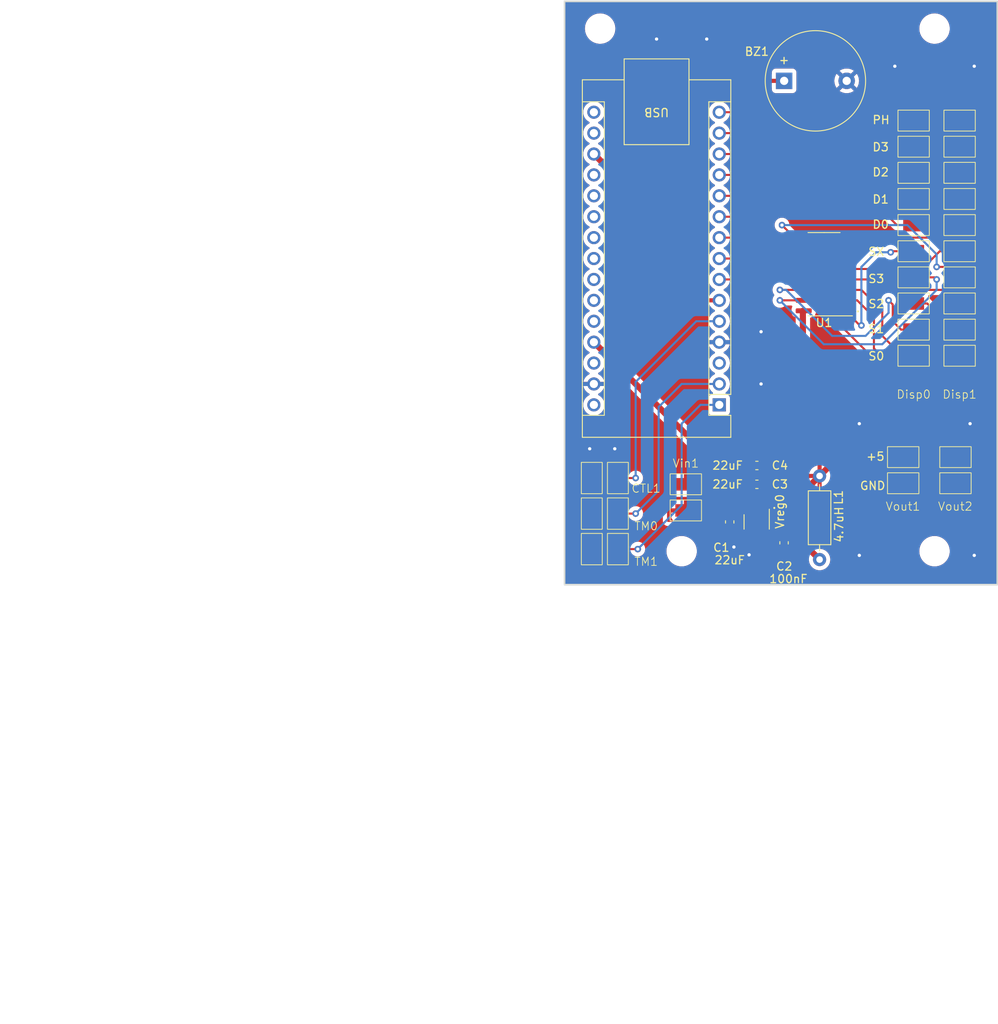
<source format=kicad_pcb>
(kicad_pcb (version 20221018) (generator pcbnew)
  (layers (0 "F.Cu" signal) (31 "B.Cu" signal) (34 "B.Paste" user) (35 "F.Paste" user) (36 "B.SilkS" user "B.Silkscreen") (37 "F.SilkS" user "F.Silkscreen") (38 "B.Mask" user) (39 "F.Mask" user) (44 "Edge.Cuts" user))
  (net 0 "")
  (net 1 "TIMER_PB_1")
  (net 2 "TIMER_PB_0")
  (net 4 "GND")
  (net 5 "CTRL_0")
  (net 6 "BUZZ")
  (net 7 "PHASE")
  (net 8 "DATA_0")
  (net 9 "DATA_1")
  (net 10 "DATA_2")
  (net 11 "DATA_3")
  (net 12 "SEL_D0")
  (net 13 "SEL_D1")
  (net 14 "SEL_D2")
  (net 15 "SEL_D3")
  (net 17 "+5V")
  (net 28 "SEL_X_DISP_0")
  (net 29 "SEL_2_DISP_0")
  (net 30 "SEL_0_DISP_0")
  (net 31 "SEL_2_DISP_1")
  (net 32 "SEL_X_DISP_1")
  (net 33 "SEL_0_DISP_1")
  (net 34 "SEL_1_DISP_1")
  (net 35 "SEL_3_DISP_1")
  (net 36 "SEL_1_DISP_0")
  (net 37 "SEL_3_DISP_0")
  (net 39 "+BATT")
  (net 40 "Net-(Vreg0-BST)")
  (net 41 "Net-(Vreg0-SW)")
  (footprint "CUSTOM_PADS:10-Pad-OP" (layer "F.Cu") (at 197.485 88.011 90)
    (fp_text reference "Disp1" (at -18.669 5.715 unlocked) (layer "F.SilkS") (effects (font (thickness 0.1))))
    (fp_text value "~")
    (fp_rect (start -15.24 3.81) (end -12.7 7.62) (stroke (width 0.1)) (fill none) (layer "F.SilkS"))
    (fp_rect (start -12.065 3.81) (end -9.525 7.62) (stroke (width 0.1)) (fill none) (layer "F.SilkS"))
    (fp_rect (start -8.89 3.81) (end -6.35 7.62) (stroke (width 0.1)) (fill none) (layer "F.SilkS"))
    (fp_rect (start -5.715 3.81) (end -3.175 7.62) (stroke (width 0.1)) (fill none) (layer "F.SilkS"))
    (fp_rect (start -2.54 3.81) (end 0 7.62) (stroke (width 0.1)) (fill none) (layer "F.SilkS"))
    (fp_rect (start 0.635 3.81) (end 3.175 7.62) (stroke (width 0.1)) (fill none) (layer "F.SilkS"))
    (fp_rect (start 3.81 3.81) (end 6.35 7.62) (stroke (width 0.1)) (fill none) (layer "F.SilkS"))
    (fp_rect (start 6.985 3.81) (end 9.525 7.62) (stroke (width 0.1)) (fill none) (layer "F.SilkS"))
    (fp_rect (start 10.16 3.81) (end 12.7 7.62) (stroke (width 0.1)) (fill none) (layer "F.SilkS"))
    (fp_rect (start 13.335 3.81) (end 15.875 7.62) (stroke (width 0.1)) (fill none) (layer "F.SilkS"))
    (pad "1" smd rect (at -13.97 5.715 90) (size 1.524 2.54) (layers "F.Cu" "F.Paste" "F.Mask") (net 33 "SEL_0_DISP_1"))
    (pad "2" smd rect (at -10.795 5.715 90) (size 1.524 2.54) (layers "F.Cu" "F.Paste" "F.Mask") (net 34 "SEL_1_DISP_1"))
    (pad "3" smd rect (at -7.62 5.715 90) (size 1.524 2.54) (layers "F.Cu" "F.Paste" "F.Mask") (net 31 "SEL_2_DISP_1"))
    (pad "4" smd rect (at -4.445 5.715 90) (size 1.524 2.54) (layers "F.Cu" "F.Paste" "F.Mask") (net 35 "SEL_3_DISP_1"))
    (pad "5" smd rect (at -1.27 5.715 90) (size 1.524 2.54) (layers "F.Cu" "F.Paste" "F.Mask") (net 32 "SEL_X_DISP_1"))
    (pad "6" smd rect (at 1.905 5.715 90) (size 1.524 2.54) (layers "F.Cu" "F.Paste" "F.Mask") (net 8 "DATA_0"))
    (pad "7" smd rect (at 5.08 5.715 90) (size 1.524 2.54) (layers "F.Cu" "F.Paste" "F.Mask") (net 9 "DATA_1"))
    (pad "8" smd rect (at 8.255 5.715 90) (size 1.524 2.54) (layers "F.Cu" "F.Paste" "F.Mask") (net 10 "DATA_2"))
    (pad "9" smd rect (at 11.43 5.715 90) (size 1.524 2.54) (layers "F.Cu" "F.Paste" "F.Mask") (net 11 "DATA_3"))
    (pad "10" smd rect (at 14.605 5.715 90) (size 1.524 2.54) (layers "F.Cu" "F.Paste" "F.Mask") (net 7 "PHASE"))
  )
  (footprint "CUSTOM_PADS:2-Pad_FP" (layer "F.Cu") (at 159.766 111.125)
    (fp_text reference "CTL1" (at 5.334 6.985 unlocked) (layer "F.SilkS") (effects (font (thickness 0.1))))
    (fp_text value "SW_CTRL")
    (fp_rect (start -2.54 3.81) (end 0 7.62) (stroke (width 0.1)) (fill none) (layer "F.SilkS"))
    (fp_rect (start 0.635 3.81) (end 3.175 7.62) (stroke (width 0.1)) (fill none) (layer "F.SilkS"))
    (pad "1" smd rect (at -1.27 5.715) (size 1.524 2.54) (layers "F.Cu" "F.Paste" "F.Mask") (net 4 "GND"))
    (pad "2" smd rect (at 1.905 5.715) (size 1.524 2.54) (layers "F.Cu" "F.Paste" "F.Mask") (net 5 "CTRL_0"))
  )
  (footprint "Capacitor_SMD:C_0603_1608Metric_Pad1.08x0.95mm_HandSolder" (layer "F.Cu") (at 178.562 117.602 180)
    (fp_text reference "C3" (at -2.794 0 180) (layer "F.SilkS"))
    (fp_text value "22uF" (at 3.556 0 180) (layer "F.SilkS"))
    (fp_line (start -0.146267 -0.51) (end 0.146267 -0.51) (stroke (width 0.12)) (layer "F.SilkS"))
    (fp_line (start -0.146267 0.51) (end 0.146267 0.51) (stroke (width 0.12)) (layer "F.SilkS"))
    (pad "1" smd roundrect (at -0.8625 0 180) (size 1.075 0.95) (layers "F.Cu" "F.Paste" "F.Mask") (net 17 "+5V"))
    (pad "2" smd roundrect (at 0.8625 0 180) (size 1.075 0.95) (layers "F.Cu" "F.Paste" "F.Mask") (net 4 "GND"))
  )
  (footprint "Module:Arduino_Nano" (layer "F.Cu") (at 173.99 107.95 180)
    (fp_text reference "A1" hide)
    (fp_text value "Arduino_Nano_v3.x")
    (fp_text user "USB" (at 7.62 35.56 180 unlocked) (layer "F.SilkS"))
    (fp_line (start -1.4 -3.94) (end -1.4 -1.27) (stroke (width 0.12)) (layer "F.SilkS"))
    (fp_line (start -1.4 1.27) (end -1.4 39.5) (stroke (width 0.12)) (layer "F.SilkS"))
    (fp_line (start -1.4 39.5) (end 3.68 39.5) (stroke (width 0.12)) (layer "F.SilkS"))
    (fp_line (start 1.27 -1.27) (end -1.4 -1.27) (stroke (width 0.12)) (layer "F.SilkS"))
    (fp_line (start 1.27 1.27) (end -1.4 1.27) (stroke (width 0.12)) (layer "F.SilkS"))
    (fp_line (start 1.27 1.27) (end 1.27 -1.27) (stroke (width 0.12)) (layer "F.SilkS"))
    (fp_line (start 1.27 1.27) (end 1.27 36.83) (stroke (width 0.12)) (layer "F.SilkS"))
    (fp_line (start 1.27 36.83) (end -1.4 36.83) (stroke (width 0.12)) (layer "F.SilkS"))
    (fp_line (start 3.68 31.62) (end 11.56 31.62) (stroke (width 0.12)) (layer "F.SilkS"))
    (fp_line (start 3.68 42.04) (end 3.68 31.62) (stroke (width 0.12)) (layer "F.SilkS"))
    (fp_line (start 11.56 31.62) (end 11.56 42.04) (stroke (width 0.12)) (layer "F.SilkS"))
    (fp_line (start 11.56 42.04) (end 3.68 42.04) (stroke (width 0.12)) (layer "F.SilkS"))
    (fp_line (start 13.97 -1.27) (end 13.97 36.83) (stroke (width 0.12)) (layer "F.SilkS"))
    (fp_line (start 13.97 -1.27) (end 16.64 -1.27) (stroke (width 0.12)) (layer "F.SilkS"))
    (fp_line (start 13.97 36.83) (end 16.64 36.83) (stroke (width 0.12)) (layer "F.SilkS"))
    (fp_line (start 16.64 -3.94) (end -1.4 -3.94) (stroke (width 0.12)) (layer "F.SilkS"))
    (fp_line (start 16.64 39.5) (end 11.56 39.5) (stroke (width 0.12)) (layer "F.SilkS"))
    (fp_line (start 16.64 39.5) (end 16.64 -3.94) (stroke (width 0.12)) (layer "F.SilkS"))
    (pad "1" thru_hole rect (at 0 0 180) (size 1.6 1.6) (drill 1) (layers "*.Cu" "*.Mask") (net 1 "TIMER_PB_1"))
    (pad "2" thru_hole oval (at 0 2.54 180) (size 1.6 1.6) (drill 1) (layers "*.Cu" "*.Mask") (net 2 "TIMER_PB_0"))
    (pad "3" thru_hole oval (at 0 5.08 180) (size 1.6 1.6) (drill 1) (layers "*.Cu" "*.Mask"))
    (pad "4" thru_hole oval (at 0 7.62 180) (size 1.6 1.6) (drill 1) (layers "*.Cu" "*.Mask") (net 4 "GND"))
    (pad "5" thru_hole oval (at 0 10.16 180) (size 1.6 1.6) (drill 1) (layers "*.Cu" "*.Mask") (net 5 "CTRL_0"))
    (pad "6" thru_hole oval (at 0 12.7 180) (size 1.6 1.6) (drill 1) (layers "*.Cu" "*.Mask") (net 6 "BUZZ"))
    (pad "7" thru_hole oval (at 0 15.24 180) (size 1.6 1.6) (drill 1) (layers "*.Cu" "*.Mask") (net 13 "SEL_D1"))
    (pad "8" thru_hole oval (at 0 17.78 180) (size 1.6 1.6) (drill 1) (layers "*.Cu" "*.Mask") (net 14 "SEL_D2"))
    (pad "9" thru_hole oval (at 0 20.32 180) (size 1.6 1.6) (drill 1) (layers "*.Cu" "*.Mask") (net 15 "SEL_D3"))
    (pad "10" thru_hole oval (at 0 22.86 180) (size 1.6 1.6) (drill 1) (layers "*.Cu" "*.Mask") (net 12 "SEL_D0"))
    (pad "11" thru_hole oval (at 0 25.4 180) (size 1.6 1.6) (drill 1) (layers "*.Cu" "*.Mask") (net 8 "DATA_0"))
    (pad "12" thru_hole oval (at 0 27.94 180) (size 1.6 1.6) (drill 1) (layers "*.Cu" "*.Mask") (net 9 "DATA_1"))
    (pad "13" thru_hole oval (at 0 30.48 180) (size 1.6 1.6) (drill 1) (layers "*.Cu" "*.Mask") (net 10 "DATA_2"))
    (pad "14" thru_hole oval (at 0 33.02 180) (size 1.6 1.6) (drill 1) (layers "*.Cu" "*.Mask") (net 11 "DATA_3"))
    (pad "15" thru_hole oval (at 0 35.56 180) (size 1.6 1.6) (drill 1) (layers "*.Cu" "*.Mask") (net 7 "PHASE"))
    (pad "16" thru_hole oval (at 15.24 35.56 180) (size 1.6 1.6) (drill 1) (layers "*.Cu" "*.Mask"))
    (pad "17" thru_hole oval (at 15.24 33.02 180) (size 1.6 1.6) (drill 1) (layers "*.Cu" "*.Mask"))
    (pad "18" thru_hole oval (at 15.24 30.48 180) (size 1.6 1.6) (drill 1) (layers "*.Cu" "*.Mask") (net 17 "+5V"))
    (pad "19" thru_hole oval (at 15.24 27.94 180) (size 1.6 1.6) (drill 1) (layers "*.Cu" "*.Mask"))
    (pad "20" thru_hole oval (at 15.24 25.4 180) (size 1.6 1.6) (drill 1) (layers "*.Cu" "*.Mask"))
    (pad "21" thru_hole oval (at 15.24 22.86 180) (size 1.6 1.6) (drill 1) (layers "*.Cu" "*.Mask"))
    (pad "22" thru_hole oval (at 15.24 20.32 180) (size 1.6 1.6) (drill 1) (layers "*.Cu" "*.Mask"))
    (pad "23" thru_hole oval (at 15.24 17.78 180) (size 1.6 1.6) (drill 1) (layers "*.Cu" "*.Mask"))
    (pad "24" thru_hole oval (at 15.24 15.24 180) (size 1.6 1.6) (drill 1) (layers "*.Cu" "*.Mask"))
    (pad "25" thru_hole oval (at 15.24 12.7 180) (size 1.6 1.6) (drill 1) (layers "*.Cu" "*.Mask"))
    (pad "26" thru_hole oval (at 15.24 10.16 180) (size 1.6 1.6) (drill 1) (layers "*.Cu" "*.Mask"))
    (pad "27" thru_hole oval (at 15.24 7.62 180) (size 1.6 1.6) (drill 1) (layers "*.Cu" "*.Mask") (net 17 "+5V"))
    (pad "28" thru_hole oval (at 15.24 5.08 180) (size 1.6 1.6) (drill 1) (layers "*.Cu" "*.Mask"))
    (pad "29" thru_hole oval (at 15.24 2.54 180) (size 1.6 1.6) (drill 1) (layers "*.Cu" "*.Mask") (net 4 "GND"))
    (pad "30" thru_hole oval (at 15.24 0 180) (size 1.6 1.6) (drill 1) (layers "*.Cu" "*.Mask"))
  )
  (footprint "Resistor_THT:R_Axial_DIN0207_L6.3mm_D2.5mm_P10.16mm_Horizontal" (layer "F.Cu") (at 186.182 126.746 90)
    (fp_text reference "L1" (at 7.5535 2.307 90) (layer "F.SilkS"))
    (fp_text value "4.7uH" (at 4.2515 2.37 90) (layer "F.SilkS"))
    (fp_line (start 1.04 0) (end 1.81 0) (stroke (width 0.12)) (layer "F.SilkS"))
    (fp_line (start 1.81 -1.37) (end 1.81 1.37) (stroke (width 0.12)) (layer "F.SilkS"))
    (fp_line (start 1.81 1.37) (end 8.35 1.37) (stroke (width 0.12)) (layer "F.SilkS"))
    (fp_line (start 8.35 -1.37) (end 1.81 -1.37) (stroke (width 0.12)) (layer "F.SilkS"))
    (fp_line (start 8.35 1.37) (end 8.35 -1.37) (stroke (width 0.12)) (layer "F.SilkS"))
    (fp_line (start 9.12 0) (end 8.35 0) (stroke (width 0.12)) (layer "F.SilkS"))
    (pad "1" thru_hole circle (at 0 0 90) (size 1.6 1.6) (drill 0.8) (layers "*.Cu" "*.Mask") (net 41 "Net-(Vreg0-SW)"))
    (pad "2" thru_hole oval (at 10.16 0 90) (size 1.6 1.6) (drill 0.8) (layers "*.Cu" "*.Mask") (net 17 "+5V"))
  )
  (footprint "Buzzer_Beeper:Buzzer_12x9.5RM7.6" (layer "F.Cu") (at 181.874 68.58)
    (fp_text reference "BZ1" (at -3.312 -3.556) (layer "F.SilkS"))
    (fp_text value "Buzzer")
    (fp_text user "+" (at -0.01 -2.54) (layer "F.SilkS"))
    (fp_circle (center 3.8 0) (end 9.9 0) (stroke (width 0.12)) (fill none) (layer "F.SilkS"))
    (pad "1" thru_hole rect (at 0 0) (size 2 2) (drill 1) (layers "*.Cu" "*.Mask") (net 6 "BUZZ"))
    (pad "2" thru_hole circle (at 7.6 0) (size 2 2) (drill 1) (layers "*.Cu" "*.Mask") (net 4 "GND"))
  )
  (footprint "MountingHole:MountingHole_3.2mm_M3" (layer "F.Cu") (at 200.152 125.73)
    (fp_text reference "H2" hide)
    (fp_text value "MountingHole")
    (pad "" np_thru_hole circle (at 0 0) (size 3.2 3.2) (drill 3.2) (layers "*.Cu" "*.Mask"))
  )
  (footprint "CUSTOM_PADS:10-Pad-OP" (layer "F.Cu") (at 191.897 88.011 90)
    (fp_text reference "Disp0" (at -18.669 5.715 unlocked) (layer "F.SilkS") (effects (font (thickness 0.1))))
    (fp_text value "~")
    (fp_rect (start -15.24 3.81) (end -12.7 7.62) (stroke (width 0.1)) (fill none) (layer "F.SilkS"))
    (fp_rect (start -12.065 3.81) (end -9.525 7.62) (stroke (width 0.1)) (fill none) (layer "F.SilkS"))
    (fp_rect (start -8.89 3.81) (end -6.35 7.62) (stroke (width 0.1)) (fill none) (layer "F.SilkS"))
    (fp_rect (start -5.715 3.81) (end -3.175 7.62) (stroke (width 0.1)) (fill none) (layer "F.SilkS"))
    (fp_rect (start -2.54 3.81) (end 0 7.62) (stroke (width 0.1)) (fill none) (layer "F.SilkS"))
    (fp_rect (start 0.635 3.81) (end 3.175 7.62) (stroke (width 0.1)) (fill none) (layer "F.SilkS"))
    (fp_rect (start 3.81 3.81) (end 6.35 7.62) (stroke (width 0.1)) (fill none) (layer "F.SilkS"))
    (fp_rect (start 6.985 3.81) (end 9.525 7.62) (stroke (width 0.1)) (fill none) (layer "F.SilkS"))
    (fp_rect (start 10.16 3.81) (end 12.7 7.62) (stroke (width 0.1)) (fill none) (layer "F.SilkS"))
    (fp_rect (start 13.335 3.81) (end 15.875 7.62) (stroke (width 0.1)) (fill none) (layer "F.SilkS"))
    (pad "1" smd rect (at -13.97 5.715 90) (size 1.524 2.54) (layers "F.Cu" "F.Paste" "F.Mask") (net 30 "SEL_0_DISP_0"))
    (pad "2" smd rect (at -10.795 5.715 90) (size 1.524 2.54) (layers "F.Cu" "F.Paste" "F.Mask") (net 36 "SEL_1_DISP_0"))
    (pad "3" smd rect (at -7.62 5.715 90) (size 1.524 2.54) (layers "F.Cu" "F.Paste" "F.Mask") (net 29 "SEL_2_DISP_0"))
    (pad "4" smd rect (at -4.445 5.715 90) (size 1.524 2.54) (layers "F.Cu" "F.Paste" "F.Mask") (net 37 "SEL_3_DISP_0"))
    (pad "5" smd rect (at -1.27 5.715 90) (size 1.524 2.54) (layers "F.Cu" "F.Paste" "F.Mask") (net 28 "SEL_X_DISP_0"))
    (pad "6" smd rect (at 1.905 5.715 90) (size 1.524 2.54) (layers "F.Cu" "F.Paste" "F.Mask") (net 8 "DATA_0"))
    (pad "7" smd rect (at 5.08 5.715 90) (size 1.524 2.54) (layers "F.Cu" "F.Paste" "F.Mask") (net 9 "DATA_1"))
    (pad "8" smd rect (at 8.255 5.715 90) (size 1.524 2.54) (layers "F.Cu" "F.Paste" "F.Mask") (net 10 "DATA_2"))
    (pad "9" smd rect (at 11.43 5.715 90) (size 1.524 2.54) (layers "F.Cu" "F.Paste" "F.Mask") (net 11 "DATA_3"))
    (pad "10" smd rect (at 14.605 5.715 90) (size 1.524 2.54) (layers "F.Cu" "F.Paste" "F.Mask") (net 7 "PHASE"))
  )
  (footprint "CUSTOM_PADS:2-Pad_FP" (layer "F.Cu") (at 159.766 119.761)
    (fp_text reference "TM1" (at 5.334 7.239 unlocked) (layer "F.SilkS") (effects (font (thickness 0.1))))
    (fp_text value "SW_T1")
    (fp_rect (start -2.54 3.81) (end 0 7.62) (stroke (width 0.1)) (fill none) (layer "F.SilkS"))
    (fp_rect (start 0.635 3.81) (end 3.175 7.62) (stroke (width 0.1)) (fill none) (layer "F.SilkS"))
    (pad "1" smd rect (at -1.27 5.715) (size 1.524 2.54) (layers "F.Cu" "F.Paste" "F.Mask") (net 4 "GND"))
    (pad "2" smd rect (at 1.905 5.715) (size 1.524 2.54) (layers "F.Cu" "F.Paste" "F.Mask") (net 1 "TIMER_PB_1"))
  )
  (footprint "Capacitor_SMD:C_0603_1608Metric_Pad1.08x0.95mm_HandSolder" (layer "F.Cu") (at 175.26 122.174 -90)
    (fp_text reference "C1" (at 3.1145 1.016) (layer "F.SilkS"))
    (fp_text value "22uF" (at 4.6385 0 -180) (layer "F.SilkS"))
    (fp_line (start -0.146267 -0.51) (end 0.146267 -0.51) (stroke (width 0.12)) (layer "F.SilkS"))
    (fp_line (start -0.146267 0.51) (end 0.146267 0.51) (stroke (width 0.12)) (layer "F.SilkS"))
    (pad "1" smd roundrect (at -0.8625 0 270) (size 1.075 0.95) (layers "F.Cu" "F.Paste" "F.Mask") (net 39 "+BATT"))
    (pad "2" smd roundrect (at 0.8625 0 270) (size 1.075 0.95) (layers "F.Cu" "F.Paste" "F.Mask") (net 4 "GND"))
  )
  (footprint "CUSTOM_PADS:2-Pad_FP" (layer "F.Cu") (at 196.977 116.205 90)
    (fp_text reference "Vout2" (at -4.086 5.689 unlocked) (layer "F.SilkS") (effects (font (thickness 0.1))))
    (fp_text value "~")
    (fp_rect (start -2.54 3.81) (end 0 7.62) (stroke (width 0.1)) (fill none) (layer "F.SilkS"))
    (fp_rect (start 0.635 3.81) (end 3.175 7.62) (stroke (width 0.1)) (fill none) (layer "F.SilkS"))
    (pad "1" smd rect (at -1.27 5.715 90) (size 1.524 2.54) (layers "F.Cu" "F.Paste" "F.Mask") (net 4 "GND"))
    (pad "2" smd rect (at 1.905 5.715 90) (size 1.524 2.54) (layers "F.Cu" "F.Paste" "F.Mask") (net 17 "+5V"))
  )
  (footprint "Capacitor_SMD:C_0603_1608Metric_Pad1.08x0.95mm_HandSolder" (layer "F.Cu") (at 181.864 124.714 -90)
    (fp_text reference "C2" (at 2.8605 -0.021) (layer "F.SilkS"))
    (fp_text value "100nF" (at 4.3845 -0.529) (layer "F.SilkS"))
    (fp_line (start -0.146267 -0.51) (end 0.146267 -0.51) (stroke (width 0.12)) (layer "F.SilkS"))
    (fp_line (start -0.146267 0.51) (end 0.146267 0.51) (stroke (width 0.12)) (layer "F.SilkS"))
    (pad "1" smd roundrect (at -0.8625 0 270) (size 1.075 0.95) (layers "F.Cu" "F.Paste" "F.Mask") (net 40 "Net-(Vreg0-BST)"))
    (pad "2" smd roundrect (at 0.8625 0 270) (size 1.075 0.95) (layers "F.Cu" "F.Paste" "F.Mask") (net 41 "Net-(Vreg0-SW)"))
  )
  (footprint "CUSTOM_PADS:2-Pad_FP" (layer "F.Cu") (at 190.627 116.205 90)
    (fp_text reference "Vout1" (at -4.086 5.689 unlocked) (layer "F.SilkS") (effects (font (thickness 0.1))))
    (fp_text value "~")
    (fp_rect (start -2.54 3.81) (end 0 7.62) (stroke (width 0.1)) (fill none) (layer "F.SilkS"))
    (fp_rect (start 0.635 3.81) (end 3.175 7.62) (stroke (width 0.1)) (fill none) (layer "F.SilkS"))
    (pad "1" smd rect (at -1.27 5.715 90) (size 1.524 2.54) (layers "F.Cu" "F.Paste" "F.Mask") (net 4 "GND"))
    (pad "2" smd rect (at 1.905 5.715 90) (size 1.524 2.54) (layers "F.Cu" "F.Paste" "F.Mask") (net 17 "+5V"))
  )
  (footprint "MountingHole:MountingHole_3.2mm_M3" (layer "F.Cu") (at 169.418 125.73)
    (fp_text reference "H3" hide)
    (fp_text value "MountingHole")
    (pad "" np_thru_hole circle (at 0 0) (size 3.2 3.2) (drill 3.2) (layers "*.Cu" "*.Mask"))
  )
  (footprint "Package_TO_SOT_SMD:TSOT-23-6_HandSoldering" (layer "F.Cu") (at 178.562 122.174 -90)
    (fp_text reference "Vreg0" (at -1.27 -2.794 -90) (layer "F.SilkS"))
    (fp_text value "AP63205WU")
    (fp_line (start -0.88 1.56) (end 0.88 1.56) (stroke (width 0.12)) (layer "F.SilkS"))
    (fp_line (start 0.88 -1.51) (end -1.55 -1.51) (stroke (width 0.12)) (layer "F.SilkS"))
    (pad "1" smd rect (at -1.71 -0.95 270) (size 2 0.65) (layers "F.Cu" "F.Paste" "F.Mask") (net 17 "+5V"))
    (pad "2" smd rect (at -1.71 0 270) (size 2 0.65) (layers "F.Cu" "F.Paste" "F.Mask") (net 39 "+BATT"))
    (pad "3" smd rect (at -1.71 0.95 270) (size 2 0.65) (layers "F.Cu" "F.Paste" "F.Mask") (net 39 "+BATT"))
    (pad "4" smd rect (at 1.71 0.95 270) (size 2 0.65) (layers "F.Cu" "F.Paste" "F.Mask") (net 4 "GND"))
    (pad "5" smd rect (at 1.71 0 270) (size 2 0.65) (layers "F.Cu" "F.Paste" "F.Mask") (net 41 "Net-(Vreg0-SW)"))
    (pad "6" smd rect (at 1.71 -0.95 270) (size 2 0.65) (layers "F.Cu" "F.Paste" "F.Mask") (net 40 "Net-(Vreg0-BST)"))
  )
  (footprint "Capacitor_SMD:C_0603_1608Metric_Pad1.08x0.95mm_HandSolder" (layer "F.Cu") (at 178.562 115.316 180)
    (fp_text reference "C4" (at -2.794 0 180) (layer "F.SilkS"))
    (fp_text value "22uF" (at 3.556 0 180) (layer "F.SilkS"))
    (fp_line (start -0.146267 -0.51) (end 0.146267 -0.51) (stroke (width 0.12)) (layer "F.SilkS"))
    (fp_line (start -0.146267 0.51) (end 0.146267 0.51) (stroke (width 0.12)) (layer "F.SilkS"))
    (pad "1" smd roundrect (at -0.8625 0 180) (size 1.075 0.95) (layers "F.Cu" "F.Paste" "F.Mask") (net 17 "+5V"))
    (pad "2" smd roundrect (at 0.8625 0 180) (size 1.075 0.95) (layers "F.Cu" "F.Paste" "F.Mask") (net 4 "GND"))
  )
  (footprint "MountingHole:MountingHole_3.2mm_M3" (layer "F.Cu") (at 200.152 62.23)
    (fp_text reference "H1" hide)
    (fp_text value "MountingHole")
    (pad "" np_thru_hole circle (at 0 0) (size 3.2 3.2) (drill 3.2) (layers "*.Cu" "*.Mask"))
  )
  (footprint "MountingHole:MountingHole_3.2mm_M3" (layer "F.Cu") (at 159.512 62.23)
    (fp_text reference "H4" hide)
    (fp_text value "MountingHole")
    (pad "" np_thru_hole circle (at 0 0) (size 3.2 3.2) (drill 3.2) (layers "*.Cu" "*.Mask"))
  )
  (footprint "Package_SO:SOIC-16_3.9x9.9mm_P1.27mm" (layer "F.Cu") (at 186.725 92.075 180)
    (fp_text reference "U1" (at 0 -5.9 180) (layer "F.SilkS"))
    (fp_text value "4028")
    (fp_line (start 0 -5.06) (end -3.45 -5.06) (stroke (width 0.12)) (layer "F.SilkS"))
    (fp_line (start 0 -5.06) (end 1.95 -5.06) (stroke (width 0.12)) (layer "F.SilkS"))
    (fp_line (start 0 5.06) (end -1.95 5.06) (stroke (width 0.12)) (layer "F.SilkS"))
    (fp_line (start 0 5.06) (end 1.95 5.06) (stroke (width 0.12)) (layer "F.SilkS"))
    (pad "1" smd roundrect (at -2.475 -4.445 180) (size 1.95 0.6) (layers "F.Cu" "F.Paste" "F.Mask") (net 28 "SEL_X_DISP_0"))
    (pad "2" smd roundrect (at -2.475 -3.175 180) (size 1.95 0.6) (layers "F.Cu" "F.Paste" "F.Mask") (net 29 "SEL_2_DISP_0"))
    (pad "3" smd roundrect (at -2.475 -1.905 180) (size 1.95 0.6) (layers "F.Cu" "F.Paste" "F.Mask") (net 30 "SEL_0_DISP_0"))
    (pad "4" smd roundrect (at -2.475 -0.635 180) (size 1.95 0.6) (layers "F.Cu" "F.Paste" "F.Mask") (net 31 "SEL_2_DISP_1"))
    (pad "5" smd roundrect (at -2.475 0.635 180) (size 1.95 0.6) (layers "F.Cu" "F.Paste" "F.Mask") (net 32 "SEL_X_DISP_1"))
    (pad "6" smd roundrect (at -2.475 1.905 180) (size 1.95 0.6) (layers "F.Cu" "F.Paste" "F.Mask") (net 33 "SEL_0_DISP_1"))
    (pad "7" smd roundrect (at -2.475 3.175 180) (size 1.95 0.6) (layers "F.Cu" "F.Paste" "F.Mask") (net 34 "SEL_1_DISP_1"))
    (pad "8" smd roundrect (at -2.475 4.445 180) (size 1.95 0.6) (layers "F.Cu" "F.Paste" "F.Mask") (net 4 "GND"))
    (pad "9" smd roundrect (at 2.475 4.445 180) (size 1.95 0.6) (layers "F.Cu" "F.Paste" "F.Mask") (net 35 "SEL_3_DISP_1"))
    (pad "10" smd roundrect (at 2.475 3.175 180) (size 1.95 0.6) (layers "F.Cu" "F.Paste" "F.Mask") (net 12 "SEL_D0"))
    (pad "11" smd roundrect (at 2.475 1.905 180) (size 1.95 0.6) (layers "F.Cu" "F.Paste" "F.Mask") (net 15 "SEL_D3"))
    (pad "12" smd roundrect (at 2.475 0.635 180) (size 1.95 0.6) (layers "F.Cu" "F.Paste" "F.Mask") (net 14 "SEL_D2"))
    (pad "13" smd roundrect (at 2.475 -0.635 180) (size 1.95 0.6) (layers "F.Cu" "F.Paste" "F.Mask") (net 13 "SEL_D1"))
    (pad "14" smd roundrect (at 2.475 -1.905 180) (size 1.95 0.6) (layers "F.Cu" "F.Paste" "F.Mask") (net 36 "SEL_1_DISP_0"))
    (pad "15" smd roundrect (at 2.475 -3.175 180) (size 1.95 0.6) (layers "F.Cu" "F.Paste" "F.Mask") (net 37 "SEL_3_DISP_0"))
    (pad "16" smd roundrect (at 2.475 -4.445 180) (size 1.95 0.6) (layers "F.Cu" "F.Paste" "F.Mask") (net 17 "+5V"))
  )
  (footprint "CUSTOM_PADS:2-Pad_FP" (layer "F.Cu") (at 159.766 115.443)
    (fp_text reference "TM0" (at 5.334 7.239 unlocked) (layer "F.SilkS") (effects (font (thickness 0.1))))
    (fp_text value "SW_T0")
    (fp_rect (start -2.54 3.81) (end 0 7.62) (stroke (width 0.1)) (fill none) (layer "F.SilkS"))
    (fp_rect (start 0.635 3.81) (end 3.175 7.62) (stroke (width 0.1)) (fill none) (layer "F.SilkS"))
    (pad "1" smd rect (at -1.27 5.715) (size 1.524 2.54) (layers "F.Cu" "F.Paste" "F.Mask") (net 4 "GND"))
    (pad "2" smd rect (at 1.905 5.715) (size 1.524 2.54) (layers "F.Cu" "F.Paste" "F.Mask") (net 2 "TIMER_PB_0"))
  )
  (footprint "CUSTOM_PADS:2-Pad_FP" (layer "F.Cu") (at 164.211 119.507 90)
    (fp_text reference "Vin1" (at 4.445 5.715 unlocked) (layer "F.SilkS") (effects (font (thickness 0.1))))
    (fp_text value "~")
    (fp_rect (start -2.54 3.81) (end 0 7.62) (stroke (width 0.1)) (fill none) (layer "F.SilkS"))
    (fp_rect (start 0.635 3.81) (end 3.175 7.62) (stroke (width 0.1)) (fill none) (layer "F.SilkS"))
    (pad "1" smd rect (at -1.27 5.715 90) (size 1.524 2.54) (layers "F.Cu" "F.Paste" "F.Mask") (net 39 "+BATT"))
    (pad "2" smd rect (at 1.905 5.715 90) (size 1.524 2.54) (layers "F.Cu" "F.Paste" "F.Mask") (net 4 "GND"))
  )
  (gr_rect (start 155.194 58.928) (end 207.772 129.794) (stroke (width 0.2)) (fill none) (layer "Edge.Cuts"))
  (gr_text "PH\n" (at 192.532 73.914) (layer "F.SilkS") (effects (font (size 1 1)) (justify left bottom)))
  (gr_text "D2" (at 192.532 80.264) (layer "F.SilkS") (effects (font (size 1 1)) (justify left bottom)))
  (gr_text "S0" (at 192.024 102.616) (layer "F.SilkS") (effects (font (size 1 1)) (justify left bottom)))
  (gr_text "D3" (at 192.532 77.216) (layer "F.SilkS") (effects (font (size 1 1)) (justify left bottom)))
  (gr_text "." (at 180.34 120.65) (layer "F.SilkS") (effects (font (size 1 1)) (justify left bottom)))
  (gr_text "D0" (at 192.532 86.614) (layer "F.SilkS") (effects (font (size 1 1)) (justify left bottom)))
  (gr_text "D1" (at 192.532 83.566) (layer "F.SilkS") (effects (font (size 1 1)) (justify left bottom)))
  (gr_text "S1" (at 192.024 99.314) (layer "F.SilkS") (effects (font (size 1 1)) (justify left bottom)))
  (gr_text "SX" (at 192.024 89.916) (layer "F.SilkS") (effects (font (size 1 1)) (justify left bottom)))
  (gr_text "." (at 190.5 96.774) (layer "F.SilkS") (effects (font (size 1 1)) (justify left bottom)))
  (gr_text "S2" (at 192.024 96.266) (layer "F.SilkS") (effects (font (size 1 1)) (justify left bottom)))
  (gr_text "+5" (at 191.77 114.808) (layer "F.SilkS") (effects (font (size 1 1)) (justify left bottom)))
  (gr_text "S3" (at 192.024 93.218) (layer "F.SilkS") (effects (font (size 1 1)) (justify left bottom)))
  (gr_text "GND" (at 191.008 118.364) (layer "F.SilkS") (effects (font (size 1 1)) (justify left bottom)))
  (segment (start 164.084 125.476) (end 161.671 125.476) (width 0.25) (layer "F.Cu") (net 1))
  (via (at 164.084 125.476) (size 0.8) (drill 0.4) (layers "F.Cu" "B.Cu") (net 1))
  (segment (start 164.084 125.476) (end 169.418 120.142) (width 0.25) (layer "B.Cu") (net 1))
  (segment (start 171.704 107.95) (end 173.99 107.95) (width 0.25) (layer "B.Cu") (net 1))
  (segment (start 169.418 120.142) (end 169.418 110.236) (width 0.25) (layer "B.Cu") (net 1))
  (segment (start 169.418 110.236) (end 171.704 107.95) (width 0.25) (layer "B.Cu") (net 1))
  (segment (start 163.83 121.158) (end 161.671 121.158) (width 0.25) (layer "F.Cu") (net 2))
  (via (at 163.83 121.158) (size 0.8) (drill 0.4) (layers "F.Cu" "B.Cu") (net 2))
  (segment (start 173.99 105.41) (end 169.418 105.41) (width 0.25) (layer "B.Cu") (net 2))
  (segment (start 169.418 105.41) (end 166.624 108.204) (width 0.25) (layer "B.Cu") (net 2))
  (segment (start 166.624 118.364) (end 163.83 121.158) (width 0.25) (layer "B.Cu") (net 2))
  (segment (start 166.624 108.204) (end 166.624 118.364) (width 0.25) (layer "B.Cu") (net 2))
  (segment (start 176.274 125.222) (end 175.768 125.222) (width 0.25) (layer "F.Cu") (net 4))
  (segment (start 177.612 126.172) (end 177.612 123.884) (width 0.25) (layer "F.Cu") (net 4))
  (segment (start 177.612 123.884) (end 176.274 125.222) (width 0.25) (layer "F.Cu") (net 4))
  (via (at 179.07 99.06) (size 0.8) (drill 0.4) (layers "F.Cu" "B.Cu") (net 4))
  (via (at 195.326 66.802) (size 0.8) (drill 0.4) (layers "F.Cu" "B.Cu") (net 4))
  (via (at 204.47 110.236) (size 0.8) (drill 0.4) (layers "F.Cu" "B.Cu") (net 4))
  (via (at 191.008 126.238) (size 0.8) (drill 0.4) (layers "F.Cu" "B.Cu") (net 4))
  (via (at 177.612 126.172) (size 0.8) (drill 0.4) (layers "F.Cu" "B.Cu") (net 4))
  (via (at 204.978 66.802) (size 0.8) (drill 0.4) (layers "F.Cu" "B.Cu") (net 4))
  (via (at 172.466 63.5) (size 0.8) (drill 0.4) (layers "F.Cu" "B.Cu") (net 4))
  (via (at 204.978 126.238) (size 0.8) (drill 0.4) (layers "F.Cu" "B.Cu") (net 4))
  (via (at 191.008 110.236) (size 0.8) (drill 0.4) (layers "F.Cu" "B.Cu") (net 4))
  (via (at 158.242 113.284) (size 0.8) (drill 0.4) (layers "F.Cu" "B.Cu") (net 4))
  (via (at 161.29 113.284) (size 0.8) (drill 0.4) (layers "F.Cu" "B.Cu") (net 4))
  (via (at 166.37 63.5) (size 0.8) (drill 0.4) (layers "F.Cu" "B.Cu") (net 4))
  (via (at 179.07 105.41) (size 0.8) (drill 0.4) (layers "F.Cu" "B.Cu") (net 4))
  (via (at 175.768 125.222) (size 0.8) (drill 0.4) (layers "F.Cu" "B.Cu") (net 4))
  (segment (start 163.83 116.84) (end 161.671 116.84) (width 0.25) (layer "F.Cu") (net 5))
  (via (at 163.83 116.84) (size 0.8) (drill 0.4) (layers "F.Cu" "B.Cu") (net 5))
  (segment (start 163.83 105.156) (end 163.83 116.84) (width 0.25) (layer "B.Cu") (net 5))
  (segment (start 171.196 97.79) (end 163.83 105.156) (width 0.25) (layer "B.Cu") (net 5))
  (segment (start 173.99 97.79) (end 171.196 97.79) (width 0.25) (layer "B.Cu") (net 5))
  (segment (start 172.466 95.25) (end 171.196 93.98) (width 0.5) (layer "F.Cu") (net 6))
  (segment (start 173.99 68.58) (end 181.874 68.58) (width 0.5) (layer "F.Cu") (net 6))
  (segment (start 171.196 71.374) (end 173.99 68.58) (width 0.5) (layer "F.Cu") (net 6))
  (segment (start 173.99 95.25) (end 172.466 95.25) (width 0.5) (layer "F.Cu") (net 6))
  (segment (start 171.196 93.98) (end 171.196 71.374) (width 0.5) (layer "F.Cu") (net 6))
  (segment (start 194.31 72.39) (end 173.99 72.39) (width 0.25) (layer "F.Cu") (net 7))
  (segment (start 203.2 73.406) (end 197.612 73.406) (width 0.25) (layer "F.Cu") (net 7))
  (segment (start 197.612 73.406) (end 195.326 73.406) (width 0.25) (layer "F.Cu") (net 7))
  (segment (start 195.326 73.406) (end 194.31 72.39) (width 0.25) (layer "F.Cu") (net 7))
  (segment (start 197.612 86.106) (end 195.58 86.106) (width 0.25) (layer "F.Cu") (net 8))
  (segment (start 195.58 86.106) (end 192.024 82.55) (width 0.25) (layer "F.Cu") (net 8))
  (segment (start 203.2 86.106) (end 197.612 86.106) (width 0.25) (layer "F.Cu") (net 8))
  (segment (start 192.024 82.55) (end 173.99 82.55) (width 0.25) (layer "F.Cu") (net 8))
  (segment (start 192.278 80.01) (end 195.199 82.931) (width 0.25) (layer "F.Cu") (net 9))
  (segment (start 195.199 82.931) (end 197.612 82.931) (width 0.25) (layer "F.Cu") (net 9))
  (segment (start 197.612 82.931) (end 203.2 82.931) (width 0.25) (layer "F.Cu") (net 9))
  (segment (start 173.99 80.01) (end 192.278 80.01) (width 0.25) (layer "F.Cu") (net 9))
  (segment (start 203.2 79.756) (end 197.612 79.756) (width 0.25) (layer "F.Cu") (net 10))
  (segment (start 193.04 77.47) (end 173.99 77.47) (width 0.25) (layer "F.Cu") (net 10))
  (segment (start 197.612 79.756) (end 195.326 79.756) (width 0.25) (layer "F.Cu") (net 10))
  (segment (start 195.326 79.756) (end 193.04 77.47) (width 0.25) (layer "F.Cu") (net 10))
  (segment (start 173.99 74.93) (end 193.802 74.93) (width 0.25) (layer "F.Cu") (net 11))
  (segment (start 193.802 74.93) (end 195.453 76.581) (width 0.25) (layer "F.Cu") (net 11))
  (segment (start 195.453 76.581) (end 197.612 76.581) (width 0.25) (layer "F.Cu") (net 11))
  (segment (start 203.2 76.581) (end 197.612 76.581) (width 0.25) (layer "F.Cu") (net 11))
  (segment (start 181.61 88.9) (end 184.15 88.9) (width 0.25) (layer "F.Cu") (net 12))
  (segment (start 177.8 85.09) (end 181.61 88.9) (width 0.25) (layer "F.Cu") (net 12))
  (segment (start 173.99 85.09) (end 177.8 85.09) (width 0.25) (layer "F.Cu") (net 12))
  (segment (start 173.99 92.71) (end 184.15 92.71) (width 0.25) (layer "F.Cu") (net 13))
  (segment (start 173.99 90.17) (end 177.8 90.17) (width 0.25) (layer "F.Cu") (net 14))
  (segment (start 177.8 90.17) (end 179.07 91.44) (width 0.25) (layer "F.Cu") (net 14))
  (segment (start 179.07 91.44) (end 184.15 91.44) (width 0.25) (layer "F.Cu") (net 14))
  (segment (start 180.34 90.17) (end 184.15 90.17) (width 0.25) (layer "F.Cu") (net 15))
  (segment (start 177.8 87.63) (end 180.34 90.17) (width 0.25) (layer "F.Cu") (net 15))
  (segment (start 173.99 87.63) (end 177.8 87.63) (width 0.25) (layer "F.Cu") (net 15))
  (segment (start 161.29 80.01) (end 161.29 102.87) (width 0.75) (layer "F.Cu") (net 17))
  (segment (start 188.468 114.3) (end 186.182 116.586) (width 0.75) (layer "F.Cu") (net 17))
  (segment (start 179.4245 113.8925) (end 179.4245 115.316) (width 0.75) (layer "F.Cu") (net 17))
  (segment (start 160.401 101.981) (end 158.75 100.33) (width 0.75) (layer "F.Cu") (net 17))
  (segment (start 158.75 77.47) (end 161.29 80.01) (width 0.75) (layer "F.Cu") (net 17))
  (segment (start 179.4245 117.602) (end 179.4245 115.316) (width 0.75) (layer "F.Cu") (net 17))
  (segment (start 170.942 112.522) (end 162.179 103.759) (width 0.75) (layer "F.Cu") (net 17))
  (segment (start 179.512 117.6895) (end 179.4245 117.602) (width 0.75) (layer "F.Cu") (net 17))
  (segment (start 185.166 117.602) (end 186.182 116.586) (width 0.75) (layer "F.Cu") (net 17))
  (segment (start 196.342 114.3) (end 202.692 114.3) (width 0.75) (layer "F.Cu") (net 17))
  (segment (start 178.054 112.522) (end 184.15 106.426) (width 0.75) (layer "F.Cu") (net 17))
  (segment (start 196.342 114.3) (end 188.468 114.3) (width 0.75) (layer "F.Cu") (net 17))
  (segment (start 178.054 112.522) (end 179.4245 113.8925) (width 0.75) (layer "F.Cu") (net 17))
  (segment (start 161.29 102.87) (end 162.179 103.759) (width 0.75) (layer "F.Cu") (net 17))
  (segment (start 184.15 106.426) (end 184.15 96.52) (width 0.75) (layer "F.Cu") (net 17))
  (segment (start 178.054 112.522) (end 170.942 112.522) (width 0.75) (layer "F.Cu") (net 17))
  (segment (start 179.4245 117.602) (end 185.166 117.602) (width 0.75) (layer "F.Cu") (net 17))
  (segment (start 179.512 120.464) (end 179.512 117.6895) (width 0.75) (layer "F.Cu") (net 17))
  (segment (start 162.179 103.759) (end 160.401 101.981) (width 0.75) (layer "F.Cu") (net 17))
  (segment (start 191.078 98.298) (end 191.262 98.298) (width 0.25) (layer "F.Cu") (net 28))
  (segment (start 197.612 89.281) (end 194.945 89.281) (width 0.25) (layer "F.Cu") (net 28))
  (segment (start 189.3 96.52) (end 191.078 98.298) (width 0.25) (layer "F.Cu") (net 28))
  (segment (start 194.945 89.281) (end 194.818 89.408) (width 0.25) (layer "F.Cu") (net 28))
  (via (at 194.818 89.408) (size 0.8) (drill 0.4) (layers "F.Cu" "B.Cu") (net 28))
  (via (at 191.262 98.298) (size 0.8) (drill 0.4) (layers "F.Cu" "B.Cu") (net 28))
  (segment (start 193.04 89.408) (end 194.818 89.408) (width 0.25) (layer "B.Cu") (net 28))
  (segment (start 191.262 98.298) (end 191.262 91.186) (width 0.25) (layer "B.Cu") (net 28))
  (segment (start 191.262 91.186) (end 193.04 89.408) (width 0.25) (layer "B.Cu") (net 28))
  (segment (start 190.754 95.25) (end 192.786 97.282) (width 0.25) (layer "F.Cu") (net 29))
  (segment (start 195.326 103.632) (end 199.39 103.632) (width 0.25) (layer "F.Cu") (net 29))
  (segment (start 199.263 95.631) (end 197.612 95.631) (width 0.25) (layer "F.Cu") (net 29))
  (segment (start 189.3 95.25) (end 190.754 95.25) (width 0.25) (layer "F.Cu") (net 29))
  (segment (start 192.786 101.092) (end 195.326 103.632) (width 0.25) (layer "F.Cu") (net 29))
  (segment (start 199.39 103.632) (end 200.406 102.616) (width 0.25) (layer "F.Cu") (net 29))
  (segment (start 200.406 96.774) (end 199.263 95.631) (width 0.25) (layer "F.Cu") (net 29))
  (segment (start 200.406 102.616) (end 200.406 96.774) (width 0.25) (layer "F.Cu") (net 29))
  (segment (start 192.786 97.282) (end 192.786 101.092) (width 0.25) (layer "F.Cu") (net 29))
  (segment (start 193.802 99.568) (end 196.215 101.981) (width 0.25) (layer "F.Cu") (net 30))
  (segment (start 193.802 96.52) (end 193.802 99.568) (width 0.25) (layer "F.Cu") (net 30))
  (segment (start 196.215 101.981) (end 197.612 101.981) (width 0.25) (layer "F.Cu") (net 30))
  (segment (start 189.3 93.98) (end 191.262 93.98) (width 0.25) (layer "F.Cu") (net 30))
  (segment (start 191.262 93.98) (end 193.802 96.52) (width 0.25) (layer "F.Cu") (net 30))
  (segment (start 194.056 92.71) (end 195.326 93.98) (width 0.25) (layer "F.Cu") (net 31))
  (segment (start 189.3 92.71) (end 194.056 92.71) (width 0.25) (layer "F.Cu") (net 31))
  (segment (start 195.326 93.98) (end 201.549 93.98) (width 0.25) (layer "F.Cu") (net 31))
  (segment (start 201.549 93.98) (end 203.2 95.631) (width 0.25) (layer "F.Cu") (net 31))
  (segment (start 189.3 91.44) (end 193.548 91.44) (width 0.25) (layer "F.Cu") (net 32))
  (segment (start 199.136 90.932) (end 200.787 89.281) (width 0.25) (layer "F.Cu") (net 32))
  (segment (start 194.056 90.932) (end 199.136 90.932) (width 0.25) (layer "F.Cu") (net 32))
  (segment (start 200.787 89.281) (end 203.2 89.281) (width 0.25) (layer "F.Cu") (net 32))
  (segment (start 193.548 91.44) (end 194.056 90.932) (width 0.25) (layer "F.Cu") (net 32))
  (segment (start 188.214 90.17) (end 187.706 90.678) (width 0.25) (layer "F.Cu") (net 33))
  (segment (start 189.3 90.17) (end 188.214 90.17) (width 0.25) (layer "F.Cu") (net 33))
  (segment (start 187.706 97.282) (end 195.326 104.902) (width 0.25) (layer "F.Cu") (net 33))
  (segment (start 201.422 104.902) (end 203.2 103.124) (width 0.25) (layer "F.Cu") (net 33))
  (segment (start 195.326 104.902) (end 201.422 104.902) (width 0.25) (layer "F.Cu") (net 33))
  (segment (start 187.706 90.678) (end 187.706 97.282) (width 0.25) (layer "F.Cu") (net 33))
  (segment (start 203.2 103.124) (end 203.2 101.981) (width 0.25) (layer "F.Cu") (net 33))
  (segment (start 205.486 96.52) (end 203.2 98.806) (width 0.25) (layer "F.Cu") (net 34))
  (segment (start 192.786 87.63) (end 204.724 87.63) (width 0.25) (layer "F.Cu") (net 34))
  (segment (start 204.724 87.63) (end 205.486 88.392) (width 0.25) (layer "F.Cu") (net 34))
  (segment (start 191.516 88.9) (end 192.786 87.63) (width 0.25) (layer "F.Cu") (net 34))
  (segment (start 189.3 88.9) (end 191.516 88.9) (width 0.25) (layer "F.Cu") (net 34))
  (segment (start 205.486 88.392) (end 205.486 96.52) (width 0.25) (layer "F.Cu") (net 34))
  (segment (start 203.2 92.456) (end 201.93 91.186) (width 0.25) (layer "F.Cu") (net 35))
  (segment (start 181.991 86.487) (end 181.61 86.106) (width 0.25) (layer "F.Cu") (net 35))
  (segment (start 201.93 91.186) (end 200.406 91.186) (width 0.25) (layer "F.Cu") (net 35))
  (segment (start 184.15 87.63) (end 183.134 87.63) (width 0.25) (layer "F.Cu") (net 35))
  (segment (start 183.134 87.63) (end 182.372 86.868) (width 0.25) (layer "F.Cu") (net 35))
  (segment (start 182.372 86.868) (end 181.991 86.487) (width 0.25) (layer "F.Cu") (net 35))
  (via (at 200.406 91.186) (size 0.8) (drill 0.4) (layers "F.Cu" "B.Cu") (net 35))
  (via (at 181.61 86.106) (size 0.8) (drill 0.4) (layers "F.Cu" "B.Cu") (net 35))
  (segment (start 196.85 86.106) (end 200.406 89.662) (width 0.25) (layer "B.Cu") (net 35))
  (segment (start 181.61 86.106) (end 196.85 86.106) (width 0.25) (layer "B.Cu") (net 35))
  (segment (start 200.406 89.662) (end 200.406 91.186) (width 0.25) (layer "B.Cu") (net 35))
  (segment (start 182.372 93.98) (end 181.61 93.98) (width 0.25) (layer "F.Cu") (net 36))
  (segment (start 195.072 97.79) (end 196.088 98.806) (width 0.25) (layer "F.Cu") (net 36))
  (segment (start 181.61 93.98) (end 181.356 93.98) (width 0.25) (layer "F.Cu") (net 36))
  (segment (start 194.564 95.25) (end 195.072 95.758) (width 0.25) (layer "F.Cu") (net 36))
  (segment (start 196.088 98.806) (end 197.612 98.806) (width 0.25) (layer "F.Cu") (net 36))
  (segment (start 195.072 95.758) (end 195.072 97.79) (width 0.25) (layer "F.Cu") (net 36))
  (segment (start 184.15 93.98) (end 182.372 93.98) (width 0.25) (layer "F.Cu") (net 36))
  (via (at 194.564 95.25) (size 0.8) (drill 0.4) (layers "F.Cu" "B.Cu") (net 36))
  (via (at 181.356 93.98) (size 0.8) (drill 0.4) (layers "F.Cu" "B.Cu") (net 36))
  (segment (start 194.564 96.774) (end 194.564 95.25) (width 0.25) (layer "B.Cu") (net 36))
  (segment (start 181.356 93.98) (end 182.118 93.98) (width 0.25) (layer "B.Cu") (net 36))
  (segment (start 187.706 99.568) (end 191.77 99.568) (width 0.25) (layer "B.Cu") (net 36))
  (segment (start 191.77 99.568) (end 194.564 96.774) (width 0.25) (layer "B.Cu") (net 36))
  (segment (start 182.118 93.98) (end 187.706 99.568) (width 0.25) (layer "B.Cu") (net 36))
  (segment (start 181.864 95.25) (end 181.356 95.25) (width 0.25) (layer "F.Cu") (net 37))
  (segment (start 200.152 92.456) (end 200.406 92.71) (width 0.25) (layer "F.Cu") (net 37))
  (segment (start 197.612 92.456) (end 200.152 92.456) (width 0.25) (layer "F.Cu") (net 37))
  (segment (start 184.15 95.25) (end 181.864 95.25) (width 0.25) (layer "F.Cu") (net 37))
  (via (at 181.356 95.25) (size 0.8) (drill 0.4) (layers "F.Cu" "B.Cu") (net 37))
  (via (at 200.406 92.71) (size 0.8) (drill 0.4) (layers "F.Cu" "B.Cu") (net 37))
  (segment (start 200.406 93.98) (end 200.406 92.71) (width 0.25) (layer "B.Cu") (net 37))
  (segment (start 186.69 100.584) (end 193.802 100.584) (width 0.25) (layer "B.Cu") (net 37))
  (segment (start 193.802 100.584) (end 200.406 93.98) (width 0.25) (layer "B.Cu") (net 37))
  (segment (start 181.356 95.25) (end 186.69 100.584) (width 0.25) (layer "B.Cu") (net 37))
  (segment (start 176.1075 120.464) (end 175.26 121.3115) (width 0.75) (layer "F.Cu") (net 39))
  (segment (start 175.7945 120.777) (end 169.926 120.777) (width 0.75) (layer "F.Cu") (net 39))
  (segment (start 178.562 120.464) (end 177.612 120.464) (width 0.75) (layer "F.Cu") (net 39))
  (segment (start 177.612 120.464) (end 176.1075 120.464) (width 0.75) (layer "F.Cu") (net 39))
  (segment (start 176.1075 120.464) (end 175.7945 120.777) (width 0.75) (layer "F.Cu") (net 39))
  (segment (start 181.8315 123.884) (end 181.864 123.8515) (width 0.5) (layer "F.Cu") (net 40))
  (segment (start 179.512 123.884) (end 181.8315 123.884) (width 0.5) (layer "F.Cu") (net 40))
  (segment (start 185.0125 125.5765) (end 186.182 126.746) (width 0.75) (layer "F.Cu") (net 41))
  (segment (start 181.864 125.5765) (end 185.0125 125.5765) (width 0.75) (layer "F.Cu") (net 41))
  (segment (start 178.562 125.072174) (end 179.066326 125.5765) (width 0.75) (layer "F.Cu") (net 41))
  (segment (start 179.079802 125.5765) (end 181.864 125.5765) (width 0.75) (layer "F.Cu") (net 41))
  (segment (start 178.562 123.884) (end 178.562 125.072174) (width 0.75) (layer "F.Cu") (net 41))
  (segment (start 179.066326 125.5765) (end 179.079802 125.5765) (width 0.75) (layer "F.Cu") (net 41))
  (zone (net 39) (net_name "+BATT") (layer "F.Cu") (priority 1) (connect_pads (clearance 0.5)) (min_thickness 0.25) (fill yes (thermal_gap 0.5) (thermal_bridge_width 0.5))
    (polygon (pts (xy 167.64 119.126) (xy 179.07 119.126) (xy 179.07 122.174) (xy 167.64 122.174)))
  )
  (zone (net 17) (net_name "+5V") (layer "F.Cu") (priority 2) (connect_pads (clearance 0.5)) (min_thickness 0.25) (fill yes (thermal_gap 0.5) (thermal_bridge_width 0.5))
    (polygon (pts (xy 178.562 114.046) (xy 178.562 118.872) (xy 179.07 118.872) (xy 179.07 122.174) (xy 186.436 122.174) (xy 186.436 114.046)))
  )
  (zone (net 4) (net_name "GND") (layers "F&B.Cu") (connect_pads (clearance 0.5)) (min_thickness 0.25) (fill yes (thermal_gap 0.5) (thermal_bridge_width 0.5))
    (polygon (pts (xy 155.194 58.928) (xy 207.772 58.928) (xy 207.772 129.794) (xy 155.194 129.794)))
  )
)
</source>
